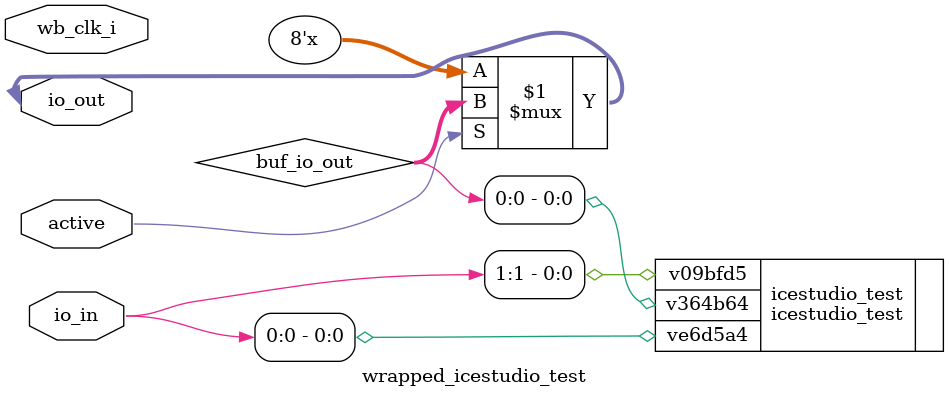
<source format=v>
`default_nettype none

module wrapped_icestudio_test (
`ifdef USE_POWER_PINS
    inout vccd1,
    inout vssd1,
`endif

    input wire [7:0] io_in,
    inout wire [7:0] io_out,
    input wire active,
    input wire wb_clk_i
    );

    wire [7:0] buf_io_out;
    assign io_out = active ? buf_io_out : 8'bz; 

 icestudio_test icestudio_test(
    .ve6d5a4(io_in[0]), 
    .v09bfd5(io_in[1]), 
    .v364b64(buf_io_out[0])
    );

endmodule

</source>
